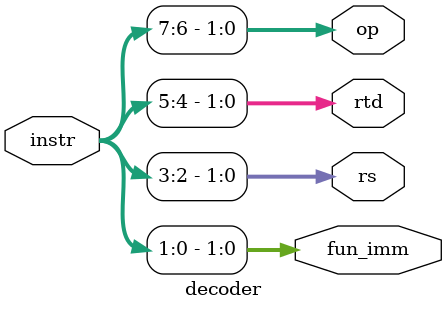
<source format=v>
`timescale 1ns / 1ps


module decoder(
    input [7:0] instr,
    output [1:0] fun_imm,
    output [1:0] rs,
    output [1:0] rtd,
    output [1:0] op
    );

    assign op = instr[7:6];
    assign rtd = instr[5:4];
    assign rs = instr[3:2];
    assign fun_imm = instr[1:0];

endmodule

</source>
